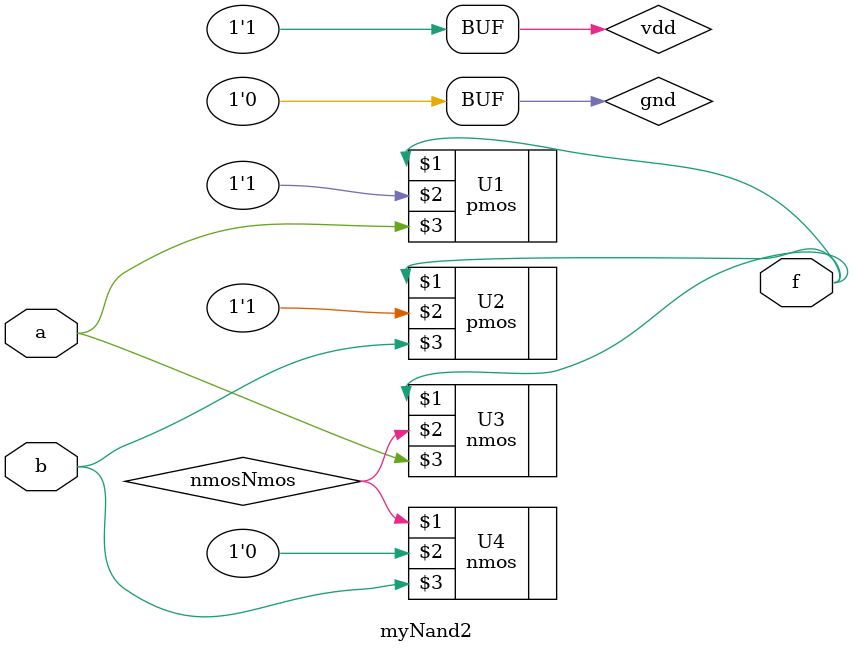
<source format=v>


module myNand2 (a, b, f );

  output f;
  input b;
  input a;
  supply0 gnd;
  supply1 vdd;

  wire nmosNmos;

  pmos U1(f,vdd,a);
  pmos U2(f,vdd,b);
  nmos U3(f,nmosNmos,a);
  nmos U4(nmosNmos,gnd,b);
endmodule


</source>
